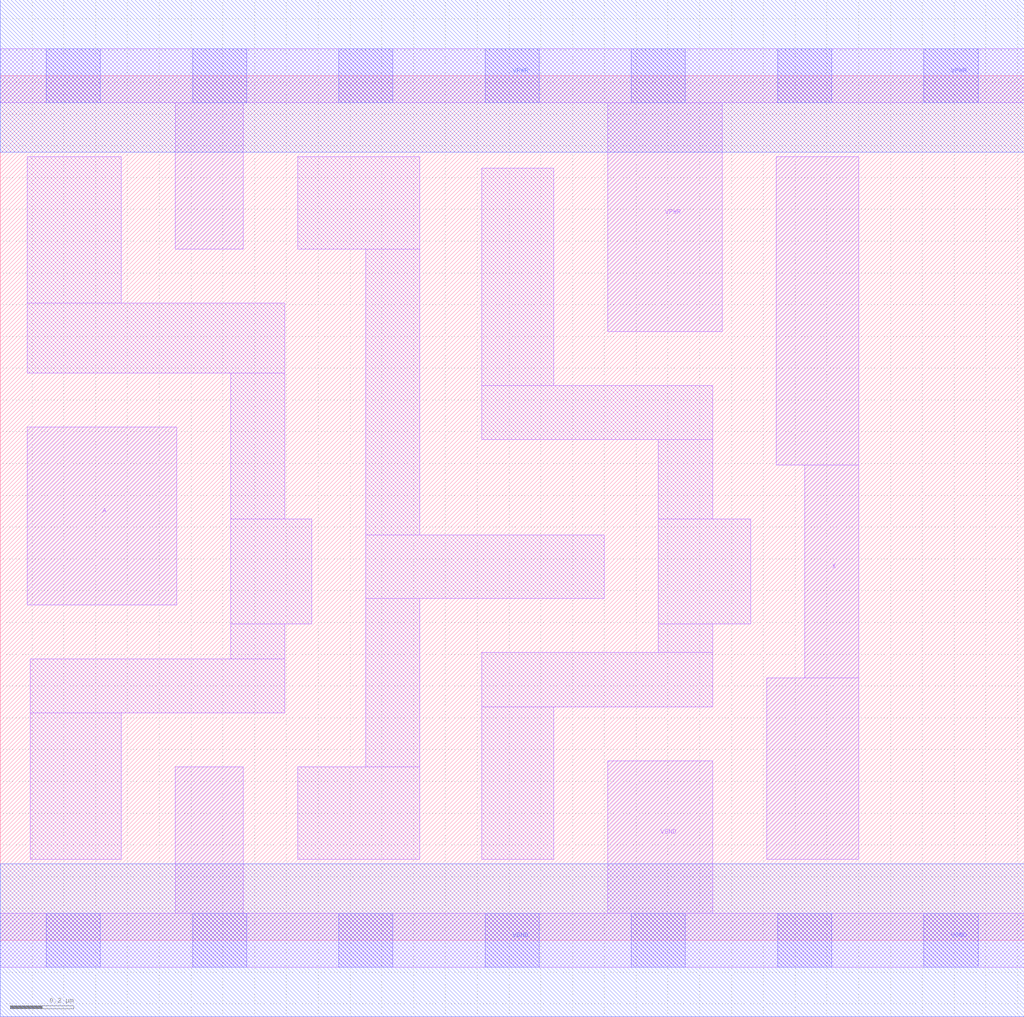
<source format=lef>
# Copyright 2020 The SkyWater PDK Authors
#
# Licensed under the Apache License, Version 2.0 (the "License");
# you may not use this file except in compliance with the License.
# You may obtain a copy of the License at
#
#     https://www.apache.org/licenses/LICENSE-2.0
#
# Unless required by applicable law or agreed to in writing, software
# distributed under the License is distributed on an "AS IS" BASIS,
# WITHOUT WARRANTIES OR CONDITIONS OF ANY KIND, either express or implied.
# See the License for the specific language governing permissions and
# limitations under the License.
#
# SPDX-License-Identifier: Apache-2.0

VERSION 5.7 ;
  NAMESCASESENSITIVE ON ;
  NOWIREEXTENSIONATPIN ON ;
  DIVIDERCHAR "/" ;
  BUSBITCHARS "[]" ;
UNITS
  DATABASE MICRONS 200 ;
END UNITS
MACRO sky130_fd_sc_hd__dlygate4sd1_1
  CLASS CORE ;
  SOURCE USER ;
  FOREIGN sky130_fd_sc_hd__dlygate4sd1_1 ;
  ORIGIN  0.000000  0.000000 ;
  SIZE  3.220000 BY  2.720000 ;
  SYMMETRY X Y R90 ;
  SITE unithd ;
  PIN A
    ANTENNAGATEAREA  0.126000 ;
    DIRECTION INPUT ;
    USE SIGNAL ;
    PORT
      LAYER li1 ;
        RECT 0.085000 1.055000 0.555000 1.615000 ;
    END
  END A
  PIN X
    ANTENNADIFFAREA  0.429000 ;
    DIRECTION OUTPUT ;
    USE SIGNAL ;
    PORT
      LAYER li1 ;
        RECT 2.410000 0.255000 2.700000 0.825000 ;
        RECT 2.440000 1.495000 2.700000 2.465000 ;
        RECT 2.530000 0.825000 2.700000 1.495000 ;
    END
  END X
  PIN VGND
    DIRECTION INOUT ;
    SHAPE ABUTMENT ;
    USE GROUND ;
    PORT
      LAYER li1 ;
        RECT 0.000000 -0.085000 3.220000 0.085000 ;
        RECT 0.550000  0.085000 0.765000 0.545000 ;
        RECT 1.910000  0.085000 2.240000 0.565000 ;
      LAYER mcon ;
        RECT 0.145000 -0.085000 0.315000 0.085000 ;
        RECT 0.605000 -0.085000 0.775000 0.085000 ;
        RECT 1.065000 -0.085000 1.235000 0.085000 ;
        RECT 1.525000 -0.085000 1.695000 0.085000 ;
        RECT 1.985000 -0.085000 2.155000 0.085000 ;
        RECT 2.445000 -0.085000 2.615000 0.085000 ;
        RECT 2.905000 -0.085000 3.075000 0.085000 ;
      LAYER met1 ;
        RECT 0.000000 -0.240000 3.220000 0.240000 ;
    END
  END VGND
  PIN VPWR
    DIRECTION INOUT ;
    SHAPE ABUTMENT ;
    USE POWER ;
    PORT
      LAYER li1 ;
        RECT 0.000000 2.635000 3.220000 2.805000 ;
        RECT 0.550000 2.175000 0.765000 2.635000 ;
        RECT 1.910000 1.915000 2.270000 2.635000 ;
      LAYER mcon ;
        RECT 0.145000 2.635000 0.315000 2.805000 ;
        RECT 0.605000 2.635000 0.775000 2.805000 ;
        RECT 1.065000 2.635000 1.235000 2.805000 ;
        RECT 1.525000 2.635000 1.695000 2.805000 ;
        RECT 1.985000 2.635000 2.155000 2.805000 ;
        RECT 2.445000 2.635000 2.615000 2.805000 ;
        RECT 2.905000 2.635000 3.075000 2.805000 ;
      LAYER met1 ;
        RECT 0.000000 2.480000 3.220000 2.960000 ;
    END
  END VPWR
  OBS
    LAYER li1 ;
      RECT 0.085000 1.785000 0.895000 2.005000 ;
      RECT 0.085000 2.005000 0.380000 2.465000 ;
      RECT 0.095000 0.255000 0.380000 0.715000 ;
      RECT 0.095000 0.715000 0.895000 0.885000 ;
      RECT 0.725000 0.885000 0.895000 0.995000 ;
      RECT 0.725000 0.995000 0.980000 1.325000 ;
      RECT 0.725000 1.325000 0.895000 1.785000 ;
      RECT 0.935000 0.255000 1.320000 0.545000 ;
      RECT 0.935000 2.175000 1.320000 2.465000 ;
      RECT 1.150000 0.545000 1.320000 1.075000 ;
      RECT 1.150000 1.075000 1.900000 1.275000 ;
      RECT 1.150000 1.275000 1.320000 2.175000 ;
      RECT 1.515000 0.255000 1.740000 0.735000 ;
      RECT 1.515000 0.735000 2.240000 0.905000 ;
      RECT 1.515000 1.575000 2.240000 1.745000 ;
      RECT 1.515000 1.745000 1.740000 2.430000 ;
      RECT 2.070000 0.905000 2.240000 0.995000 ;
      RECT 2.070000 0.995000 2.360000 1.325000 ;
      RECT 2.070000 1.325000 2.240000 1.575000 ;
  END
END sky130_fd_sc_hd__dlygate4sd1_1

</source>
